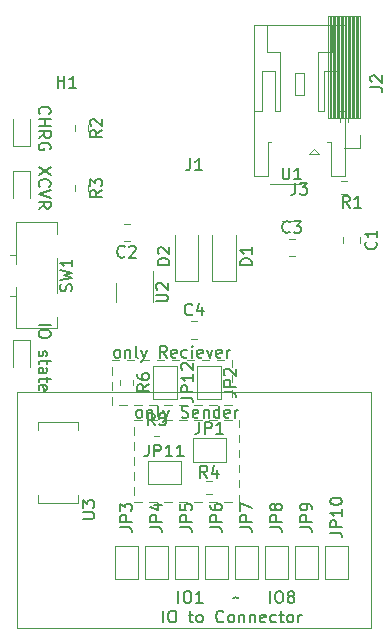
<source format=gbr>
G04 #@! TF.GenerationSoftware,KiCad,Pcbnew,(5.1.5)-3*
G04 #@! TF.CreationDate,2021-08-26T15:26:13+09:00*
G04 #@! TF.ProjectId,RemoteEmergencyKill,52656d6f-7465-4456-9d65-7267656e6379,rev?*
G04 #@! TF.SameCoordinates,Original*
G04 #@! TF.FileFunction,Legend,Top*
G04 #@! TF.FilePolarity,Positive*
%FSLAX46Y46*%
G04 Gerber Fmt 4.6, Leading zero omitted, Abs format (unit mm)*
G04 Created by KiCad (PCBNEW (5.1.5)-3) date 2021-08-26 15:26:13*
%MOMM*%
%LPD*%
G04 APERTURE LIST*
%ADD10C,0.120000*%
%ADD11C,0.150000*%
G04 APERTURE END LIST*
D10*
X133985000Y-102235000D02*
X133985000Y-102870000D01*
X125095000Y-106680000D02*
X125095000Y-107315000D01*
X125095000Y-107950000D02*
X125095000Y-108585000D01*
X125095000Y-102870000D02*
X125095000Y-103505000D01*
X125095000Y-105410000D02*
X125095000Y-106045000D01*
X125095000Y-104140000D02*
X125095000Y-104775000D01*
X133985000Y-107315000D02*
X133985000Y-107950000D01*
X133985000Y-108585000D02*
X133985000Y-109220000D01*
D11*
X117117857Y-76335714D02*
X117070238Y-76288095D01*
X117022619Y-76145238D01*
X117022619Y-76050000D01*
X117070238Y-75907142D01*
X117165476Y-75811904D01*
X117260714Y-75764285D01*
X117451190Y-75716666D01*
X117594047Y-75716666D01*
X117784523Y-75764285D01*
X117879761Y-75811904D01*
X117975000Y-75907142D01*
X118022619Y-76050000D01*
X118022619Y-76145238D01*
X117975000Y-76288095D01*
X117927380Y-76335714D01*
X117022619Y-76764285D02*
X118022619Y-76764285D01*
X117546428Y-76764285D02*
X117546428Y-77335714D01*
X117022619Y-77335714D02*
X118022619Y-77335714D01*
X117022619Y-78383333D02*
X117498809Y-78050000D01*
X117022619Y-77811904D02*
X118022619Y-77811904D01*
X118022619Y-78192857D01*
X117975000Y-78288095D01*
X117927380Y-78335714D01*
X117832142Y-78383333D01*
X117689285Y-78383333D01*
X117594047Y-78335714D01*
X117546428Y-78288095D01*
X117498809Y-78192857D01*
X117498809Y-77811904D01*
X117975000Y-79335714D02*
X118022619Y-79240476D01*
X118022619Y-79097619D01*
X117975000Y-78954761D01*
X117879761Y-78859523D01*
X117784523Y-78811904D01*
X117594047Y-78764285D01*
X117451190Y-78764285D01*
X117260714Y-78811904D01*
X117165476Y-78859523D01*
X117070238Y-78954761D01*
X117022619Y-79097619D01*
X117022619Y-79192857D01*
X117070238Y-79335714D01*
X117117857Y-79383333D01*
X117451190Y-79383333D01*
X117451190Y-79192857D01*
X118022619Y-80868095D02*
X117022619Y-81534761D01*
X118022619Y-81534761D02*
X117022619Y-80868095D01*
X117117857Y-82487142D02*
X117070238Y-82439523D01*
X117022619Y-82296666D01*
X117022619Y-82201428D01*
X117070238Y-82058571D01*
X117165476Y-81963333D01*
X117260714Y-81915714D01*
X117451190Y-81868095D01*
X117594047Y-81868095D01*
X117784523Y-81915714D01*
X117879761Y-81963333D01*
X117975000Y-82058571D01*
X118022619Y-82201428D01*
X118022619Y-82296666D01*
X117975000Y-82439523D01*
X117927380Y-82487142D01*
X118022619Y-82772857D02*
X117022619Y-83106190D01*
X118022619Y-83439523D01*
X117022619Y-84344285D02*
X117498809Y-84010952D01*
X117022619Y-83772857D02*
X118022619Y-83772857D01*
X118022619Y-84153809D01*
X117975000Y-84249047D01*
X117927380Y-84296666D01*
X117832142Y-84344285D01*
X117689285Y-84344285D01*
X117594047Y-84296666D01*
X117546428Y-84249047D01*
X117498809Y-84153809D01*
X117498809Y-83772857D01*
X117022619Y-94188095D02*
X118022619Y-94188095D01*
X118022619Y-94854761D02*
X118022619Y-95045238D01*
X117975000Y-95140476D01*
X117879761Y-95235714D01*
X117689285Y-95283333D01*
X117355952Y-95283333D01*
X117165476Y-95235714D01*
X117070238Y-95140476D01*
X117022619Y-95045238D01*
X117022619Y-94854761D01*
X117070238Y-94759523D01*
X117165476Y-94664285D01*
X117355952Y-94616666D01*
X117689285Y-94616666D01*
X117879761Y-94664285D01*
X117975000Y-94759523D01*
X118022619Y-94854761D01*
X117070238Y-96426190D02*
X117022619Y-96521428D01*
X117022619Y-96711904D01*
X117070238Y-96807142D01*
X117165476Y-96854761D01*
X117213095Y-96854761D01*
X117308333Y-96807142D01*
X117355952Y-96711904D01*
X117355952Y-96569047D01*
X117403571Y-96473809D01*
X117498809Y-96426190D01*
X117546428Y-96426190D01*
X117641666Y-96473809D01*
X117689285Y-96569047D01*
X117689285Y-96711904D01*
X117641666Y-96807142D01*
X117689285Y-97140476D02*
X117689285Y-97521428D01*
X118022619Y-97283333D02*
X117165476Y-97283333D01*
X117070238Y-97330952D01*
X117022619Y-97426190D01*
X117022619Y-97521428D01*
X117022619Y-98283333D02*
X117546428Y-98283333D01*
X117641666Y-98235714D01*
X117689285Y-98140476D01*
X117689285Y-97950000D01*
X117641666Y-97854761D01*
X117070238Y-98283333D02*
X117022619Y-98188095D01*
X117022619Y-97950000D01*
X117070238Y-97854761D01*
X117165476Y-97807142D01*
X117260714Y-97807142D01*
X117355952Y-97854761D01*
X117403571Y-97950000D01*
X117403571Y-98188095D01*
X117451190Y-98283333D01*
X117689285Y-98616666D02*
X117689285Y-98997619D01*
X118022619Y-98759523D02*
X117165476Y-98759523D01*
X117070238Y-98807142D01*
X117022619Y-98902380D01*
X117022619Y-98997619D01*
X117070238Y-99711904D02*
X117022619Y-99616666D01*
X117022619Y-99426190D01*
X117070238Y-99330952D01*
X117165476Y-99283333D01*
X117546428Y-99283333D01*
X117641666Y-99330952D01*
X117689285Y-99426190D01*
X117689285Y-99616666D01*
X117641666Y-99711904D01*
X117546428Y-99759523D01*
X117451190Y-99759523D01*
X117355952Y-99283333D01*
X128850000Y-117737380D02*
X128850000Y-116737380D01*
X129516666Y-116737380D02*
X129707142Y-116737380D01*
X129802380Y-116785000D01*
X129897619Y-116880238D01*
X129945238Y-117070714D01*
X129945238Y-117404047D01*
X129897619Y-117594523D01*
X129802380Y-117689761D01*
X129707142Y-117737380D01*
X129516666Y-117737380D01*
X129421428Y-117689761D01*
X129326190Y-117594523D01*
X129278571Y-117404047D01*
X129278571Y-117070714D01*
X129326190Y-116880238D01*
X129421428Y-116785000D01*
X129516666Y-116737380D01*
X130897619Y-117737380D02*
X130326190Y-117737380D01*
X130611904Y-117737380D02*
X130611904Y-116737380D01*
X130516666Y-116880238D01*
X130421428Y-116975476D01*
X130326190Y-117023095D01*
X133469047Y-117356428D02*
X133516666Y-117308809D01*
X133611904Y-117261190D01*
X133802380Y-117356428D01*
X133897619Y-117308809D01*
X133945238Y-117261190D01*
X136611904Y-117737380D02*
X136611904Y-116737380D01*
X137278571Y-116737380D02*
X137469047Y-116737380D01*
X137564285Y-116785000D01*
X137659523Y-116880238D01*
X137707142Y-117070714D01*
X137707142Y-117404047D01*
X137659523Y-117594523D01*
X137564285Y-117689761D01*
X137469047Y-117737380D01*
X137278571Y-117737380D01*
X137183333Y-117689761D01*
X137088095Y-117594523D01*
X137040476Y-117404047D01*
X137040476Y-117070714D01*
X137088095Y-116880238D01*
X137183333Y-116785000D01*
X137278571Y-116737380D01*
X138278571Y-117165952D02*
X138183333Y-117118333D01*
X138135714Y-117070714D01*
X138088095Y-116975476D01*
X138088095Y-116927857D01*
X138135714Y-116832619D01*
X138183333Y-116785000D01*
X138278571Y-116737380D01*
X138469047Y-116737380D01*
X138564285Y-116785000D01*
X138611904Y-116832619D01*
X138659523Y-116927857D01*
X138659523Y-116975476D01*
X138611904Y-117070714D01*
X138564285Y-117118333D01*
X138469047Y-117165952D01*
X138278571Y-117165952D01*
X138183333Y-117213571D01*
X138135714Y-117261190D01*
X138088095Y-117356428D01*
X138088095Y-117546904D01*
X138135714Y-117642142D01*
X138183333Y-117689761D01*
X138278571Y-117737380D01*
X138469047Y-117737380D01*
X138564285Y-117689761D01*
X138611904Y-117642142D01*
X138659523Y-117546904D01*
X138659523Y-117356428D01*
X138611904Y-117261190D01*
X138564285Y-117213571D01*
X138469047Y-117165952D01*
X127564285Y-119387380D02*
X127564285Y-118387380D01*
X128230952Y-118387380D02*
X128421428Y-118387380D01*
X128516666Y-118435000D01*
X128611904Y-118530238D01*
X128659523Y-118720714D01*
X128659523Y-119054047D01*
X128611904Y-119244523D01*
X128516666Y-119339761D01*
X128421428Y-119387380D01*
X128230952Y-119387380D01*
X128135714Y-119339761D01*
X128040476Y-119244523D01*
X127992857Y-119054047D01*
X127992857Y-118720714D01*
X128040476Y-118530238D01*
X128135714Y-118435000D01*
X128230952Y-118387380D01*
X129707142Y-118720714D02*
X130088095Y-118720714D01*
X129850000Y-118387380D02*
X129850000Y-119244523D01*
X129897619Y-119339761D01*
X129992857Y-119387380D01*
X130088095Y-119387380D01*
X130564285Y-119387380D02*
X130469047Y-119339761D01*
X130421428Y-119292142D01*
X130373809Y-119196904D01*
X130373809Y-118911190D01*
X130421428Y-118815952D01*
X130469047Y-118768333D01*
X130564285Y-118720714D01*
X130707142Y-118720714D01*
X130802380Y-118768333D01*
X130850000Y-118815952D01*
X130897619Y-118911190D01*
X130897619Y-119196904D01*
X130850000Y-119292142D01*
X130802380Y-119339761D01*
X130707142Y-119387380D01*
X130564285Y-119387380D01*
X132659523Y-119292142D02*
X132611904Y-119339761D01*
X132469047Y-119387380D01*
X132373809Y-119387380D01*
X132230952Y-119339761D01*
X132135714Y-119244523D01*
X132088095Y-119149285D01*
X132040476Y-118958809D01*
X132040476Y-118815952D01*
X132088095Y-118625476D01*
X132135714Y-118530238D01*
X132230952Y-118435000D01*
X132373809Y-118387380D01*
X132469047Y-118387380D01*
X132611904Y-118435000D01*
X132659523Y-118482619D01*
X133230952Y-119387380D02*
X133135714Y-119339761D01*
X133088095Y-119292142D01*
X133040476Y-119196904D01*
X133040476Y-118911190D01*
X133088095Y-118815952D01*
X133135714Y-118768333D01*
X133230952Y-118720714D01*
X133373809Y-118720714D01*
X133469047Y-118768333D01*
X133516666Y-118815952D01*
X133564285Y-118911190D01*
X133564285Y-119196904D01*
X133516666Y-119292142D01*
X133469047Y-119339761D01*
X133373809Y-119387380D01*
X133230952Y-119387380D01*
X133992857Y-118720714D02*
X133992857Y-119387380D01*
X133992857Y-118815952D02*
X134040476Y-118768333D01*
X134135714Y-118720714D01*
X134278571Y-118720714D01*
X134373809Y-118768333D01*
X134421428Y-118863571D01*
X134421428Y-119387380D01*
X134897619Y-118720714D02*
X134897619Y-119387380D01*
X134897619Y-118815952D02*
X134945238Y-118768333D01*
X135040476Y-118720714D01*
X135183333Y-118720714D01*
X135278571Y-118768333D01*
X135326190Y-118863571D01*
X135326190Y-119387380D01*
X136183333Y-119339761D02*
X136088095Y-119387380D01*
X135897619Y-119387380D01*
X135802380Y-119339761D01*
X135754761Y-119244523D01*
X135754761Y-118863571D01*
X135802380Y-118768333D01*
X135897619Y-118720714D01*
X136088095Y-118720714D01*
X136183333Y-118768333D01*
X136230952Y-118863571D01*
X136230952Y-118958809D01*
X135754761Y-119054047D01*
X137088095Y-119339761D02*
X136992857Y-119387380D01*
X136802380Y-119387380D01*
X136707142Y-119339761D01*
X136659523Y-119292142D01*
X136611904Y-119196904D01*
X136611904Y-118911190D01*
X136659523Y-118815952D01*
X136707142Y-118768333D01*
X136802380Y-118720714D01*
X136992857Y-118720714D01*
X137088095Y-118768333D01*
X137373809Y-118720714D02*
X137754761Y-118720714D01*
X137516666Y-118387380D02*
X137516666Y-119244523D01*
X137564285Y-119339761D01*
X137659523Y-119387380D01*
X137754761Y-119387380D01*
X138230952Y-119387380D02*
X138135714Y-119339761D01*
X138088095Y-119292142D01*
X138040476Y-119196904D01*
X138040476Y-118911190D01*
X138088095Y-118815952D01*
X138135714Y-118768333D01*
X138230952Y-118720714D01*
X138373809Y-118720714D01*
X138469047Y-118768333D01*
X138516666Y-118815952D01*
X138564285Y-118911190D01*
X138564285Y-119196904D01*
X138516666Y-119292142D01*
X138469047Y-119339761D01*
X138373809Y-119387380D01*
X138230952Y-119387380D01*
X138992857Y-119387380D02*
X138992857Y-118720714D01*
X138992857Y-118911190D02*
X139040476Y-118815952D01*
X139088095Y-118768333D01*
X139183333Y-118720714D01*
X139278571Y-118720714D01*
X125444761Y-102052380D02*
X125349523Y-102004761D01*
X125301904Y-101957142D01*
X125254285Y-101861904D01*
X125254285Y-101576190D01*
X125301904Y-101480952D01*
X125349523Y-101433333D01*
X125444761Y-101385714D01*
X125587619Y-101385714D01*
X125682857Y-101433333D01*
X125730476Y-101480952D01*
X125778095Y-101576190D01*
X125778095Y-101861904D01*
X125730476Y-101957142D01*
X125682857Y-102004761D01*
X125587619Y-102052380D01*
X125444761Y-102052380D01*
X126206666Y-101385714D02*
X126206666Y-102052380D01*
X126206666Y-101480952D02*
X126254285Y-101433333D01*
X126349523Y-101385714D01*
X126492380Y-101385714D01*
X126587619Y-101433333D01*
X126635238Y-101528571D01*
X126635238Y-102052380D01*
X127254285Y-102052380D02*
X127159047Y-102004761D01*
X127111428Y-101909523D01*
X127111428Y-101052380D01*
X127540000Y-101385714D02*
X127778095Y-102052380D01*
X128016190Y-101385714D02*
X127778095Y-102052380D01*
X127682857Y-102290476D01*
X127635238Y-102338095D01*
X127540000Y-102385714D01*
X129111428Y-102004761D02*
X129254285Y-102052380D01*
X129492380Y-102052380D01*
X129587619Y-102004761D01*
X129635238Y-101957142D01*
X129682857Y-101861904D01*
X129682857Y-101766666D01*
X129635238Y-101671428D01*
X129587619Y-101623809D01*
X129492380Y-101576190D01*
X129301904Y-101528571D01*
X129206666Y-101480952D01*
X129159047Y-101433333D01*
X129111428Y-101338095D01*
X129111428Y-101242857D01*
X129159047Y-101147619D01*
X129206666Y-101100000D01*
X129301904Y-101052380D01*
X129540000Y-101052380D01*
X129682857Y-101100000D01*
X130492380Y-102004761D02*
X130397142Y-102052380D01*
X130206666Y-102052380D01*
X130111428Y-102004761D01*
X130063809Y-101909523D01*
X130063809Y-101528571D01*
X130111428Y-101433333D01*
X130206666Y-101385714D01*
X130397142Y-101385714D01*
X130492380Y-101433333D01*
X130540000Y-101528571D01*
X130540000Y-101623809D01*
X130063809Y-101719047D01*
X130968571Y-101385714D02*
X130968571Y-102052380D01*
X130968571Y-101480952D02*
X131016190Y-101433333D01*
X131111428Y-101385714D01*
X131254285Y-101385714D01*
X131349523Y-101433333D01*
X131397142Y-101528571D01*
X131397142Y-102052380D01*
X132301904Y-102052380D02*
X132301904Y-101052380D01*
X132301904Y-102004761D02*
X132206666Y-102052380D01*
X132016190Y-102052380D01*
X131920952Y-102004761D01*
X131873333Y-101957142D01*
X131825714Y-101861904D01*
X131825714Y-101576190D01*
X131873333Y-101480952D01*
X131920952Y-101433333D01*
X132016190Y-101385714D01*
X132206666Y-101385714D01*
X132301904Y-101433333D01*
X133159047Y-102004761D02*
X133063809Y-102052380D01*
X132873333Y-102052380D01*
X132778095Y-102004761D01*
X132730476Y-101909523D01*
X132730476Y-101528571D01*
X132778095Y-101433333D01*
X132873333Y-101385714D01*
X133063809Y-101385714D01*
X133159047Y-101433333D01*
X133206666Y-101528571D01*
X133206666Y-101623809D01*
X132730476Y-101719047D01*
X133635238Y-102052380D02*
X133635238Y-101385714D01*
X133635238Y-101576190D02*
X133682857Y-101480952D01*
X133730476Y-101433333D01*
X133825714Y-101385714D01*
X133920952Y-101385714D01*
D10*
X133985000Y-106045000D02*
X133985000Y-106680000D01*
X133985000Y-104775000D02*
X133985000Y-105410000D01*
X133985000Y-103505000D02*
X133985000Y-104140000D01*
X132715000Y-102235000D02*
X133350000Y-102235000D01*
X132715000Y-109220000D02*
X133350000Y-109220000D01*
X130175000Y-109220000D02*
X130810000Y-109220000D01*
X125095000Y-109220000D02*
X125730000Y-109220000D01*
X128905000Y-109220000D02*
X129540000Y-109220000D01*
X127635000Y-109220000D02*
X128270000Y-109220000D01*
X126365000Y-109220000D02*
X127000000Y-109220000D01*
X131445000Y-109220000D02*
X132080000Y-109220000D01*
X130810000Y-102235000D02*
X130175000Y-102235000D01*
X129540000Y-102235000D02*
X128905000Y-102235000D01*
X125730000Y-102235000D02*
X125095000Y-102235000D01*
X127000000Y-102235000D02*
X126365000Y-102235000D01*
X128270000Y-102235000D02*
X127635000Y-102235000D01*
X132080000Y-102235000D02*
X131445000Y-102235000D01*
D11*
X123579523Y-96972380D02*
X123484285Y-96924761D01*
X123436666Y-96877142D01*
X123389047Y-96781904D01*
X123389047Y-96496190D01*
X123436666Y-96400952D01*
X123484285Y-96353333D01*
X123579523Y-96305714D01*
X123722380Y-96305714D01*
X123817619Y-96353333D01*
X123865238Y-96400952D01*
X123912857Y-96496190D01*
X123912857Y-96781904D01*
X123865238Y-96877142D01*
X123817619Y-96924761D01*
X123722380Y-96972380D01*
X123579523Y-96972380D01*
X124341428Y-96305714D02*
X124341428Y-96972380D01*
X124341428Y-96400952D02*
X124389047Y-96353333D01*
X124484285Y-96305714D01*
X124627142Y-96305714D01*
X124722380Y-96353333D01*
X124770000Y-96448571D01*
X124770000Y-96972380D01*
X125389047Y-96972380D02*
X125293809Y-96924761D01*
X125246190Y-96829523D01*
X125246190Y-95972380D01*
X125674761Y-96305714D02*
X125912857Y-96972380D01*
X126150952Y-96305714D02*
X125912857Y-96972380D01*
X125817619Y-97210476D01*
X125770000Y-97258095D01*
X125674761Y-97305714D01*
X127865238Y-96972380D02*
X127531904Y-96496190D01*
X127293809Y-96972380D02*
X127293809Y-95972380D01*
X127674761Y-95972380D01*
X127770000Y-96020000D01*
X127817619Y-96067619D01*
X127865238Y-96162857D01*
X127865238Y-96305714D01*
X127817619Y-96400952D01*
X127770000Y-96448571D01*
X127674761Y-96496190D01*
X127293809Y-96496190D01*
X128674761Y-96924761D02*
X128579523Y-96972380D01*
X128389047Y-96972380D01*
X128293809Y-96924761D01*
X128246190Y-96829523D01*
X128246190Y-96448571D01*
X128293809Y-96353333D01*
X128389047Y-96305714D01*
X128579523Y-96305714D01*
X128674761Y-96353333D01*
X128722380Y-96448571D01*
X128722380Y-96543809D01*
X128246190Y-96639047D01*
X129579523Y-96924761D02*
X129484285Y-96972380D01*
X129293809Y-96972380D01*
X129198571Y-96924761D01*
X129150952Y-96877142D01*
X129103333Y-96781904D01*
X129103333Y-96496190D01*
X129150952Y-96400952D01*
X129198571Y-96353333D01*
X129293809Y-96305714D01*
X129484285Y-96305714D01*
X129579523Y-96353333D01*
X130008095Y-96972380D02*
X130008095Y-96305714D01*
X130008095Y-95972380D02*
X129960476Y-96020000D01*
X130008095Y-96067619D01*
X130055714Y-96020000D01*
X130008095Y-95972380D01*
X130008095Y-96067619D01*
X130865238Y-96924761D02*
X130770000Y-96972380D01*
X130579523Y-96972380D01*
X130484285Y-96924761D01*
X130436666Y-96829523D01*
X130436666Y-96448571D01*
X130484285Y-96353333D01*
X130579523Y-96305714D01*
X130770000Y-96305714D01*
X130865238Y-96353333D01*
X130912857Y-96448571D01*
X130912857Y-96543809D01*
X130436666Y-96639047D01*
X131246190Y-96305714D02*
X131484285Y-96972380D01*
X131722380Y-96305714D01*
X132484285Y-96924761D02*
X132389047Y-96972380D01*
X132198571Y-96972380D01*
X132103333Y-96924761D01*
X132055714Y-96829523D01*
X132055714Y-96448571D01*
X132103333Y-96353333D01*
X132198571Y-96305714D01*
X132389047Y-96305714D01*
X132484285Y-96353333D01*
X132531904Y-96448571D01*
X132531904Y-96543809D01*
X132055714Y-96639047D01*
X132960476Y-96972380D02*
X132960476Y-96305714D01*
X132960476Y-96496190D02*
X133008095Y-96400952D01*
X133055714Y-96353333D01*
X133150952Y-96305714D01*
X133246190Y-96305714D01*
D10*
X123190000Y-97155000D02*
X123825000Y-97155000D01*
X126365000Y-100965000D02*
X127000000Y-100965000D01*
X125095000Y-100965000D02*
X125730000Y-100965000D01*
X123825000Y-100965000D02*
X124460000Y-100965000D01*
X128905000Y-100965000D02*
X129540000Y-100965000D01*
X127635000Y-100965000D02*
X128270000Y-100965000D01*
X130175000Y-100965000D02*
X130810000Y-100965000D01*
X131445000Y-100965000D02*
X132080000Y-100965000D01*
X132715000Y-100965000D02*
X133350000Y-100965000D01*
X133350000Y-97790000D02*
X133350000Y-97155000D01*
X133350000Y-100330000D02*
X133350000Y-99695000D01*
X133350000Y-99060000D02*
X133350000Y-98425000D01*
X132715000Y-97155000D02*
X132080000Y-97155000D01*
X131445000Y-97155000D02*
X130810000Y-97155000D01*
X130175000Y-97155000D02*
X129540000Y-97155000D01*
X128905000Y-97155000D02*
X128270000Y-97155000D01*
X127635000Y-97155000D02*
X127000000Y-97155000D01*
X126365000Y-97155000D02*
X125730000Y-97155000D01*
X125095000Y-97155000D02*
X124460000Y-97155000D01*
X123190000Y-97790000D02*
X123190000Y-98425000D01*
X123190000Y-99060000D02*
X123190000Y-99695000D01*
X123190000Y-100330000D02*
X123190000Y-100965000D01*
X139935000Y-79705000D02*
X140335000Y-79305000D01*
X140735000Y-79705000D02*
X139935000Y-79705000D01*
X140335000Y-79305000D02*
X140735000Y-79705000D01*
X142285000Y-76105000D02*
X142945000Y-76105000D01*
X142285000Y-72695000D02*
X142285000Y-76105000D01*
X141185000Y-72695000D02*
X142285000Y-72695000D01*
X141185000Y-76105000D02*
X141185000Y-72695000D01*
X140685000Y-76105000D02*
X141185000Y-76105000D01*
X140685000Y-71095000D02*
X140685000Y-76105000D01*
X135885000Y-76105000D02*
X135225000Y-76105000D01*
X135885000Y-72695000D02*
X135885000Y-76105000D01*
X136985000Y-72695000D02*
X135885000Y-72695000D01*
X136985000Y-76105000D02*
X136985000Y-72695000D01*
X137485000Y-76105000D02*
X136985000Y-76105000D01*
X137485000Y-71095000D02*
X137485000Y-76105000D01*
X138685000Y-72905000D02*
X139485000Y-72905000D01*
X138685000Y-74705000D02*
X138685000Y-72905000D01*
X139485000Y-74705000D02*
X138685000Y-74705000D01*
X139485000Y-72905000D02*
X139485000Y-74705000D01*
X136335000Y-71095000D02*
X136335000Y-68795000D01*
X137485000Y-71095000D02*
X136335000Y-71095000D01*
X141835000Y-71095000D02*
X140685000Y-71095000D01*
X141835000Y-68795000D02*
X141835000Y-71095000D01*
X136445000Y-78715000D02*
X136725000Y-78715000D01*
X136445000Y-81615000D02*
X136445000Y-78715000D01*
X135225000Y-81615000D02*
X136445000Y-81615000D01*
X135225000Y-68795000D02*
X135225000Y-81615000D01*
X142945000Y-68795000D02*
X135225000Y-68795000D01*
X142945000Y-81615000D02*
X142945000Y-68795000D01*
X141725000Y-81615000D02*
X142945000Y-81615000D01*
X141725000Y-78715000D02*
X141725000Y-81615000D01*
X141445000Y-78715000D02*
X141725000Y-78715000D01*
X144205000Y-78105000D02*
X144205000Y-79215000D01*
X144205000Y-79215000D02*
X142875000Y-79215000D01*
X144205000Y-68015000D02*
X141545000Y-68015000D01*
X141545000Y-68015000D02*
X141545000Y-76645000D01*
X144205000Y-76645000D02*
X141545000Y-76645000D01*
X144205000Y-68015000D02*
X144205000Y-76645000D01*
X142515000Y-76645000D02*
X142515000Y-76995000D01*
X143235000Y-76645000D02*
X143235000Y-76995000D01*
X141660445Y-68015000D02*
X141660445Y-76645000D01*
X141775900Y-68015000D02*
X141775900Y-76645000D01*
X141891355Y-68015000D02*
X141891355Y-76645000D01*
X142006810Y-68015000D02*
X142006810Y-76645000D01*
X142122265Y-68015000D02*
X142122265Y-76645000D01*
X142237720Y-68015000D02*
X142237720Y-76645000D01*
X142353175Y-68015000D02*
X142353175Y-76645000D01*
X142468630Y-68015000D02*
X142468630Y-76645000D01*
X142584085Y-68015000D02*
X142584085Y-76645000D01*
X142699540Y-68015000D02*
X142699540Y-76645000D01*
X142814995Y-68015000D02*
X142814995Y-76645000D01*
X142930450Y-68015000D02*
X142930450Y-76645000D01*
X143045905Y-68015000D02*
X143045905Y-76645000D01*
X143161360Y-68015000D02*
X143161360Y-76645000D01*
X143276815Y-68015000D02*
X143276815Y-76645000D01*
X143392270Y-68015000D02*
X143392270Y-76645000D01*
X143507725Y-68015000D02*
X143507725Y-76645000D01*
X143623180Y-68015000D02*
X143623180Y-76645000D01*
X143738635Y-68015000D02*
X143738635Y-76645000D01*
X143854090Y-68015000D02*
X143854090Y-76645000D01*
X143969545Y-68015000D02*
X143969545Y-76645000D01*
X144085000Y-68015000D02*
X144085000Y-76645000D01*
X120375000Y-102405000D02*
X116975000Y-102405000D01*
X116975000Y-108605000D02*
X116975000Y-109305000D01*
X116975000Y-102405000D02*
X116975000Y-103105000D01*
X120375000Y-109305000D02*
X120375000Y-108605000D01*
X120375000Y-103105000D02*
X120375000Y-102405000D01*
X116975000Y-109305000D02*
X120375000Y-109305000D01*
X115175000Y-119855000D02*
X115175000Y-99855000D01*
X145175000Y-119855000D02*
X115175000Y-119855000D01*
X145175000Y-99855000D02*
X145175000Y-119855000D01*
X115175000Y-99855000D02*
X145175000Y-99855000D01*
X126655000Y-91440000D02*
X126655000Y-89640000D01*
X126655000Y-91440000D02*
X126655000Y-92240000D01*
X123535000Y-91440000D02*
X123535000Y-90640000D01*
X123535000Y-91440000D02*
X123535000Y-92240000D01*
X138430000Y-82260000D02*
X136630000Y-82260000D01*
X138430000Y-82260000D02*
X139230000Y-82260000D01*
X138430000Y-85380000D02*
X137630000Y-85380000D01*
X138430000Y-85380000D02*
X139230000Y-85380000D01*
X118590000Y-88500000D02*
X118590000Y-91500000D01*
X114590000Y-88250000D02*
X115090000Y-88250000D01*
X114590000Y-91750000D02*
X115090000Y-91750000D01*
X118590000Y-93500000D02*
X118590000Y-94500000D01*
X115090000Y-94500000D02*
X115090000Y-91000000D01*
X118590000Y-94500000D02*
X115090000Y-94500000D01*
X115090000Y-85500000D02*
X115090000Y-89000000D01*
X118590000Y-85500000D02*
X115090000Y-85500000D01*
X118590000Y-86500000D02*
X118590000Y-85500000D01*
X123937500Y-98822742D02*
X123937500Y-99297258D01*
X124982500Y-98822742D02*
X124982500Y-99297258D01*
X126762742Y-104662500D02*
X127237258Y-104662500D01*
X126762742Y-103617500D02*
X127237258Y-103617500D01*
X131682258Y-107427500D02*
X131207742Y-107427500D01*
X131682258Y-108472500D02*
X131207742Y-108472500D01*
X120127500Y-82392742D02*
X120127500Y-82867258D01*
X121172500Y-82392742D02*
X121172500Y-82867258D01*
X121172500Y-77787258D02*
X121172500Y-77312742D01*
X120127500Y-77787258D02*
X120127500Y-77312742D01*
X142637742Y-83072500D02*
X143112258Y-83072500D01*
X142637742Y-82027500D02*
X143112258Y-82027500D01*
X126725000Y-100460000D02*
X126725000Y-97660000D01*
X126725000Y-97660000D02*
X128725000Y-97660000D01*
X128725000Y-97660000D02*
X128725000Y-100460000D01*
X128725000Y-100460000D02*
X126725000Y-100460000D01*
X126235000Y-105680000D02*
X129035000Y-105680000D01*
X129035000Y-105680000D02*
X129035000Y-107680000D01*
X129035000Y-107680000D02*
X126235000Y-107680000D01*
X126235000Y-107680000D02*
X126235000Y-105680000D01*
X143240000Y-112900000D02*
X143240000Y-115700000D01*
X143240000Y-115700000D02*
X141240000Y-115700000D01*
X141240000Y-115700000D02*
X141240000Y-112900000D01*
X141240000Y-112900000D02*
X143240000Y-112900000D01*
X140700000Y-112900000D02*
X140700000Y-115700000D01*
X140700000Y-115700000D02*
X138700000Y-115700000D01*
X138700000Y-115700000D02*
X138700000Y-112900000D01*
X138700000Y-112900000D02*
X140700000Y-112900000D01*
X138160000Y-112900000D02*
X138160000Y-115700000D01*
X138160000Y-115700000D02*
X136160000Y-115700000D01*
X136160000Y-115700000D02*
X136160000Y-112900000D01*
X136160000Y-112900000D02*
X138160000Y-112900000D01*
X135620000Y-112900000D02*
X135620000Y-115700000D01*
X135620000Y-115700000D02*
X133620000Y-115700000D01*
X133620000Y-115700000D02*
X133620000Y-112900000D01*
X133620000Y-112900000D02*
X135620000Y-112900000D01*
X133080000Y-112900000D02*
X133080000Y-115700000D01*
X133080000Y-115700000D02*
X131080000Y-115700000D01*
X131080000Y-115700000D02*
X131080000Y-112900000D01*
X131080000Y-112900000D02*
X133080000Y-112900000D01*
X130540000Y-112900000D02*
X130540000Y-115700000D01*
X130540000Y-115700000D02*
X128540000Y-115700000D01*
X128540000Y-115700000D02*
X128540000Y-112900000D01*
X128540000Y-112900000D02*
X130540000Y-112900000D01*
X128000000Y-112900000D02*
X128000000Y-115700000D01*
X128000000Y-115700000D02*
X126000000Y-115700000D01*
X126000000Y-115700000D02*
X126000000Y-112900000D01*
X126000000Y-112900000D02*
X128000000Y-112900000D01*
X125460000Y-112900000D02*
X125460000Y-115700000D01*
X125460000Y-115700000D02*
X123460000Y-115700000D01*
X123460000Y-115700000D02*
X123460000Y-112900000D01*
X123460000Y-112900000D02*
X125460000Y-112900000D01*
X132445000Y-97660000D02*
X132445000Y-100460000D01*
X132445000Y-100460000D02*
X130445000Y-100460000D01*
X130445000Y-100460000D02*
X130445000Y-97660000D01*
X130445000Y-97660000D02*
X132445000Y-97660000D01*
X130045000Y-103775000D02*
X132845000Y-103775000D01*
X132845000Y-103775000D02*
X132845000Y-105775000D01*
X132845000Y-105775000D02*
X130045000Y-105775000D01*
X130045000Y-105775000D02*
X130045000Y-103775000D01*
X114835000Y-95465000D02*
X114835000Y-97750000D01*
X116305000Y-95465000D02*
X114835000Y-95465000D01*
X116305000Y-97750000D02*
X116305000Y-95465000D01*
X114835000Y-81145000D02*
X114835000Y-83430000D01*
X116305000Y-81145000D02*
X114835000Y-81145000D01*
X116305000Y-83430000D02*
X116305000Y-81145000D01*
X116305000Y-79035000D02*
X116305000Y-76750000D01*
X114835000Y-79035000D02*
X116305000Y-79035000D01*
X114835000Y-76750000D02*
X114835000Y-79035000D01*
X128540000Y-90465000D02*
X128540000Y-86615000D01*
X130540000Y-90465000D02*
X130540000Y-86615000D01*
X128540000Y-90465000D02*
X130540000Y-90465000D01*
X131715000Y-90465000D02*
X131715000Y-86615000D01*
X133715000Y-90465000D02*
X133715000Y-86615000D01*
X131715000Y-90465000D02*
X133715000Y-90465000D01*
X129913748Y-95350000D02*
X130436252Y-95350000D01*
X129913748Y-93880000D02*
X130436252Y-93880000D01*
X138168748Y-88365000D02*
X138691252Y-88365000D01*
X138168748Y-86895000D02*
X138691252Y-86895000D01*
X124721252Y-85625000D02*
X124198748Y-85625000D01*
X124721252Y-87095000D02*
X124198748Y-87095000D01*
X142775000Y-86733748D02*
X142775000Y-87256252D01*
X144245000Y-86733748D02*
X144245000Y-87256252D01*
D11*
X138751666Y-82157380D02*
X138751666Y-82871666D01*
X138704047Y-83014523D01*
X138608809Y-83109761D01*
X138465952Y-83157380D01*
X138370714Y-83157380D01*
X139132619Y-82157380D02*
X139751666Y-82157380D01*
X139418333Y-82538333D01*
X139561190Y-82538333D01*
X139656428Y-82585952D01*
X139704047Y-82633571D01*
X139751666Y-82728809D01*
X139751666Y-82966904D01*
X139704047Y-83062142D01*
X139656428Y-83109761D01*
X139561190Y-83157380D01*
X139275476Y-83157380D01*
X139180238Y-83109761D01*
X139132619Y-83062142D01*
X145097380Y-74058333D02*
X145811666Y-74058333D01*
X145954523Y-74105952D01*
X146049761Y-74201190D01*
X146097380Y-74344047D01*
X146097380Y-74439285D01*
X145192619Y-73629761D02*
X145145000Y-73582142D01*
X145097380Y-73486904D01*
X145097380Y-73248809D01*
X145145000Y-73153571D01*
X145192619Y-73105952D01*
X145287857Y-73058333D01*
X145383095Y-73058333D01*
X145525952Y-73105952D01*
X146097380Y-73677380D01*
X146097380Y-73058333D01*
X120737380Y-110616904D02*
X121546904Y-110616904D01*
X121642142Y-110569285D01*
X121689761Y-110521666D01*
X121737380Y-110426428D01*
X121737380Y-110235952D01*
X121689761Y-110140714D01*
X121642142Y-110093095D01*
X121546904Y-110045476D01*
X120737380Y-110045476D01*
X120737380Y-109664523D02*
X120737380Y-109045476D01*
X121118333Y-109378809D01*
X121118333Y-109235952D01*
X121165952Y-109140714D01*
X121213571Y-109093095D01*
X121308809Y-109045476D01*
X121546904Y-109045476D01*
X121642142Y-109093095D01*
X121689761Y-109140714D01*
X121737380Y-109235952D01*
X121737380Y-109521666D01*
X121689761Y-109616904D01*
X121642142Y-109664523D01*
X118618095Y-74112380D02*
X118618095Y-73112380D01*
X118618095Y-73588571D02*
X119189523Y-73588571D01*
X119189523Y-74112380D02*
X119189523Y-73112380D01*
X120189523Y-74112380D02*
X119618095Y-74112380D01*
X119903809Y-74112380D02*
X119903809Y-73112380D01*
X119808571Y-73255238D01*
X119713333Y-73350476D01*
X119618095Y-73398095D01*
X126947380Y-92201904D02*
X127756904Y-92201904D01*
X127852142Y-92154285D01*
X127899761Y-92106666D01*
X127947380Y-92011428D01*
X127947380Y-91820952D01*
X127899761Y-91725714D01*
X127852142Y-91678095D01*
X127756904Y-91630476D01*
X126947380Y-91630476D01*
X127042619Y-91201904D02*
X126995000Y-91154285D01*
X126947380Y-91059047D01*
X126947380Y-90820952D01*
X126995000Y-90725714D01*
X127042619Y-90678095D01*
X127137857Y-90630476D01*
X127233095Y-90630476D01*
X127375952Y-90678095D01*
X127947380Y-91249523D01*
X127947380Y-90630476D01*
X137668095Y-80872380D02*
X137668095Y-81681904D01*
X137715714Y-81777142D01*
X137763333Y-81824761D01*
X137858571Y-81872380D01*
X138049047Y-81872380D01*
X138144285Y-81824761D01*
X138191904Y-81777142D01*
X138239523Y-81681904D01*
X138239523Y-80872380D01*
X139239523Y-81872380D02*
X138668095Y-81872380D01*
X138953809Y-81872380D02*
X138953809Y-80872380D01*
X138858571Y-81015238D01*
X138763333Y-81110476D01*
X138668095Y-81158095D01*
X119784761Y-91333333D02*
X119832380Y-91190476D01*
X119832380Y-90952380D01*
X119784761Y-90857142D01*
X119737142Y-90809523D01*
X119641904Y-90761904D01*
X119546666Y-90761904D01*
X119451428Y-90809523D01*
X119403809Y-90857142D01*
X119356190Y-90952380D01*
X119308571Y-91142857D01*
X119260952Y-91238095D01*
X119213333Y-91285714D01*
X119118095Y-91333333D01*
X119022857Y-91333333D01*
X118927619Y-91285714D01*
X118880000Y-91238095D01*
X118832380Y-91142857D01*
X118832380Y-90904761D01*
X118880000Y-90761904D01*
X118832380Y-90428571D02*
X119832380Y-90190476D01*
X119118095Y-90000000D01*
X119832380Y-89809523D01*
X118832380Y-89571428D01*
X119832380Y-88666666D02*
X119832380Y-89238095D01*
X119832380Y-88952380D02*
X118832380Y-88952380D01*
X118975238Y-89047619D01*
X119070476Y-89142857D01*
X119118095Y-89238095D01*
X126342380Y-99226666D02*
X125866190Y-99560000D01*
X126342380Y-99798095D02*
X125342380Y-99798095D01*
X125342380Y-99417142D01*
X125390000Y-99321904D01*
X125437619Y-99274285D01*
X125532857Y-99226666D01*
X125675714Y-99226666D01*
X125770952Y-99274285D01*
X125818571Y-99321904D01*
X125866190Y-99417142D01*
X125866190Y-99798095D01*
X125342380Y-98369523D02*
X125342380Y-98560000D01*
X125390000Y-98655238D01*
X125437619Y-98702857D01*
X125580476Y-98798095D01*
X125770952Y-98845714D01*
X126151904Y-98845714D01*
X126247142Y-98798095D01*
X126294761Y-98750476D01*
X126342380Y-98655238D01*
X126342380Y-98464761D01*
X126294761Y-98369523D01*
X126247142Y-98321904D01*
X126151904Y-98274285D01*
X125913809Y-98274285D01*
X125818571Y-98321904D01*
X125770952Y-98369523D01*
X125723333Y-98464761D01*
X125723333Y-98655238D01*
X125770952Y-98750476D01*
X125818571Y-98798095D01*
X125913809Y-98845714D01*
X126833333Y-102687380D02*
X126500000Y-102211190D01*
X126261904Y-102687380D02*
X126261904Y-101687380D01*
X126642857Y-101687380D01*
X126738095Y-101735000D01*
X126785714Y-101782619D01*
X126833333Y-101877857D01*
X126833333Y-102020714D01*
X126785714Y-102115952D01*
X126738095Y-102163571D01*
X126642857Y-102211190D01*
X126261904Y-102211190D01*
X127738095Y-101687380D02*
X127261904Y-101687380D01*
X127214285Y-102163571D01*
X127261904Y-102115952D01*
X127357142Y-102068333D01*
X127595238Y-102068333D01*
X127690476Y-102115952D01*
X127738095Y-102163571D01*
X127785714Y-102258809D01*
X127785714Y-102496904D01*
X127738095Y-102592142D01*
X127690476Y-102639761D01*
X127595238Y-102687380D01*
X127357142Y-102687380D01*
X127261904Y-102639761D01*
X127214285Y-102592142D01*
X131278333Y-107132380D02*
X130945000Y-106656190D01*
X130706904Y-107132380D02*
X130706904Y-106132380D01*
X131087857Y-106132380D01*
X131183095Y-106180000D01*
X131230714Y-106227619D01*
X131278333Y-106322857D01*
X131278333Y-106465714D01*
X131230714Y-106560952D01*
X131183095Y-106608571D01*
X131087857Y-106656190D01*
X130706904Y-106656190D01*
X132135476Y-106465714D02*
X132135476Y-107132380D01*
X131897380Y-106084761D02*
X131659285Y-106799047D01*
X132278333Y-106799047D01*
X122372381Y-82796666D02*
X121896191Y-83130000D01*
X122372381Y-83368095D02*
X121372381Y-83368095D01*
X121372381Y-82987142D01*
X121420001Y-82891904D01*
X121467620Y-82844285D01*
X121562858Y-82796666D01*
X121705715Y-82796666D01*
X121800953Y-82844285D01*
X121848572Y-82891904D01*
X121896191Y-82987142D01*
X121896191Y-83368095D01*
X121372381Y-82463333D02*
X121372381Y-81844285D01*
X121753334Y-82177619D01*
X121753334Y-82034761D01*
X121800953Y-81939523D01*
X121848572Y-81891904D01*
X121943810Y-81844285D01*
X122181905Y-81844285D01*
X122277143Y-81891904D01*
X122324762Y-81939523D01*
X122372381Y-82034761D01*
X122372381Y-82320476D01*
X122324762Y-82415714D01*
X122277143Y-82463333D01*
X122372380Y-77716666D02*
X121896190Y-78050000D01*
X122372380Y-78288095D02*
X121372380Y-78288095D01*
X121372380Y-77907142D01*
X121420000Y-77811904D01*
X121467619Y-77764285D01*
X121562857Y-77716666D01*
X121705714Y-77716666D01*
X121800952Y-77764285D01*
X121848571Y-77811904D01*
X121896190Y-77907142D01*
X121896190Y-78288095D01*
X121467619Y-77335714D02*
X121420000Y-77288095D01*
X121372380Y-77192857D01*
X121372380Y-76954761D01*
X121420000Y-76859523D01*
X121467619Y-76811904D01*
X121562857Y-76764285D01*
X121658095Y-76764285D01*
X121800952Y-76811904D01*
X122372380Y-77383333D01*
X122372380Y-76764285D01*
X143343333Y-84272380D02*
X143010000Y-83796190D01*
X142771904Y-84272380D02*
X142771904Y-83272380D01*
X143152857Y-83272380D01*
X143248095Y-83320000D01*
X143295714Y-83367619D01*
X143343333Y-83462857D01*
X143343333Y-83605714D01*
X143295714Y-83700952D01*
X143248095Y-83748571D01*
X143152857Y-83796190D01*
X142771904Y-83796190D01*
X144295714Y-84272380D02*
X143724285Y-84272380D01*
X144010000Y-84272380D02*
X144010000Y-83272380D01*
X143914761Y-83415238D01*
X143819523Y-83510476D01*
X143724285Y-83558095D01*
X129082380Y-100369523D02*
X129796666Y-100369523D01*
X129939523Y-100417142D01*
X130034761Y-100512380D01*
X130082380Y-100655238D01*
X130082380Y-100750476D01*
X130082380Y-99893333D02*
X129082380Y-99893333D01*
X129082380Y-99512380D01*
X129130000Y-99417142D01*
X129177619Y-99369523D01*
X129272857Y-99321904D01*
X129415714Y-99321904D01*
X129510952Y-99369523D01*
X129558571Y-99417142D01*
X129606190Y-99512380D01*
X129606190Y-99893333D01*
X130082380Y-98369523D02*
X130082380Y-98940952D01*
X130082380Y-98655238D02*
X129082380Y-98655238D01*
X129225238Y-98750476D01*
X129320476Y-98845714D01*
X129368095Y-98940952D01*
X129177619Y-97988571D02*
X129130000Y-97940952D01*
X129082380Y-97845714D01*
X129082380Y-97607619D01*
X129130000Y-97512380D01*
X129177619Y-97464761D01*
X129272857Y-97417142D01*
X129368095Y-97417142D01*
X129510952Y-97464761D01*
X130082380Y-98036190D01*
X130082380Y-97417142D01*
X126325476Y-104332380D02*
X126325476Y-105046666D01*
X126277857Y-105189523D01*
X126182619Y-105284761D01*
X126039761Y-105332380D01*
X125944523Y-105332380D01*
X126801666Y-105332380D02*
X126801666Y-104332380D01*
X127182619Y-104332380D01*
X127277857Y-104380000D01*
X127325476Y-104427619D01*
X127373095Y-104522857D01*
X127373095Y-104665714D01*
X127325476Y-104760952D01*
X127277857Y-104808571D01*
X127182619Y-104856190D01*
X126801666Y-104856190D01*
X128325476Y-105332380D02*
X127754047Y-105332380D01*
X128039761Y-105332380D02*
X128039761Y-104332380D01*
X127944523Y-104475238D01*
X127849285Y-104570476D01*
X127754047Y-104618095D01*
X129277857Y-105332380D02*
X128706428Y-105332380D01*
X128992142Y-105332380D02*
X128992142Y-104332380D01*
X128896904Y-104475238D01*
X128801666Y-104570476D01*
X128706428Y-104618095D01*
X141692380Y-111799523D02*
X142406666Y-111799523D01*
X142549523Y-111847142D01*
X142644761Y-111942380D01*
X142692380Y-112085238D01*
X142692380Y-112180476D01*
X142692380Y-111323333D02*
X141692380Y-111323333D01*
X141692380Y-110942380D01*
X141740000Y-110847142D01*
X141787619Y-110799523D01*
X141882857Y-110751904D01*
X142025714Y-110751904D01*
X142120952Y-110799523D01*
X142168571Y-110847142D01*
X142216190Y-110942380D01*
X142216190Y-111323333D01*
X142692380Y-109799523D02*
X142692380Y-110370952D01*
X142692380Y-110085238D02*
X141692380Y-110085238D01*
X141835238Y-110180476D01*
X141930476Y-110275714D01*
X141978095Y-110370952D01*
X141692380Y-109180476D02*
X141692380Y-109085238D01*
X141740000Y-108990000D01*
X141787619Y-108942380D01*
X141882857Y-108894761D01*
X142073333Y-108847142D01*
X142311428Y-108847142D01*
X142501904Y-108894761D01*
X142597142Y-108942380D01*
X142644761Y-108990000D01*
X142692380Y-109085238D01*
X142692380Y-109180476D01*
X142644761Y-109275714D01*
X142597142Y-109323333D01*
X142501904Y-109370952D01*
X142311428Y-109418571D01*
X142073333Y-109418571D01*
X141882857Y-109370952D01*
X141787619Y-109323333D01*
X141740000Y-109275714D01*
X141692380Y-109180476D01*
X139152380Y-111323333D02*
X139866666Y-111323333D01*
X140009523Y-111370952D01*
X140104761Y-111466190D01*
X140152380Y-111609047D01*
X140152380Y-111704285D01*
X140152380Y-110847142D02*
X139152380Y-110847142D01*
X139152380Y-110466190D01*
X139200000Y-110370952D01*
X139247619Y-110323333D01*
X139342857Y-110275714D01*
X139485714Y-110275714D01*
X139580952Y-110323333D01*
X139628571Y-110370952D01*
X139676190Y-110466190D01*
X139676190Y-110847142D01*
X140152380Y-109799523D02*
X140152380Y-109609047D01*
X140104761Y-109513809D01*
X140057142Y-109466190D01*
X139914285Y-109370952D01*
X139723809Y-109323333D01*
X139342857Y-109323333D01*
X139247619Y-109370952D01*
X139200000Y-109418571D01*
X139152380Y-109513809D01*
X139152380Y-109704285D01*
X139200000Y-109799523D01*
X139247619Y-109847142D01*
X139342857Y-109894761D01*
X139580952Y-109894761D01*
X139676190Y-109847142D01*
X139723809Y-109799523D01*
X139771428Y-109704285D01*
X139771428Y-109513809D01*
X139723809Y-109418571D01*
X139676190Y-109370952D01*
X139580952Y-109323333D01*
X136612380Y-111323333D02*
X137326666Y-111323333D01*
X137469523Y-111370952D01*
X137564761Y-111466190D01*
X137612380Y-111609047D01*
X137612380Y-111704285D01*
X137612380Y-110847142D02*
X136612380Y-110847142D01*
X136612380Y-110466190D01*
X136660000Y-110370952D01*
X136707619Y-110323333D01*
X136802857Y-110275714D01*
X136945714Y-110275714D01*
X137040952Y-110323333D01*
X137088571Y-110370952D01*
X137136190Y-110466190D01*
X137136190Y-110847142D01*
X137040952Y-109704285D02*
X136993333Y-109799523D01*
X136945714Y-109847142D01*
X136850476Y-109894761D01*
X136802857Y-109894761D01*
X136707619Y-109847142D01*
X136660000Y-109799523D01*
X136612380Y-109704285D01*
X136612380Y-109513809D01*
X136660000Y-109418571D01*
X136707619Y-109370952D01*
X136802857Y-109323333D01*
X136850476Y-109323333D01*
X136945714Y-109370952D01*
X136993333Y-109418571D01*
X137040952Y-109513809D01*
X137040952Y-109704285D01*
X137088571Y-109799523D01*
X137136190Y-109847142D01*
X137231428Y-109894761D01*
X137421904Y-109894761D01*
X137517142Y-109847142D01*
X137564761Y-109799523D01*
X137612380Y-109704285D01*
X137612380Y-109513809D01*
X137564761Y-109418571D01*
X137517142Y-109370952D01*
X137421904Y-109323333D01*
X137231428Y-109323333D01*
X137136190Y-109370952D01*
X137088571Y-109418571D01*
X137040952Y-109513809D01*
X134072380Y-111323333D02*
X134786666Y-111323333D01*
X134929523Y-111370952D01*
X135024761Y-111466190D01*
X135072380Y-111609047D01*
X135072380Y-111704285D01*
X135072380Y-110847142D02*
X134072380Y-110847142D01*
X134072380Y-110466190D01*
X134120000Y-110370952D01*
X134167619Y-110323333D01*
X134262857Y-110275714D01*
X134405714Y-110275714D01*
X134500952Y-110323333D01*
X134548571Y-110370952D01*
X134596190Y-110466190D01*
X134596190Y-110847142D01*
X134072380Y-109942380D02*
X134072380Y-109275714D01*
X135072380Y-109704285D01*
X131532380Y-111323333D02*
X132246666Y-111323333D01*
X132389523Y-111370952D01*
X132484761Y-111466190D01*
X132532380Y-111609047D01*
X132532380Y-111704285D01*
X132532380Y-110847142D02*
X131532380Y-110847142D01*
X131532380Y-110466190D01*
X131580000Y-110370952D01*
X131627619Y-110323333D01*
X131722857Y-110275714D01*
X131865714Y-110275714D01*
X131960952Y-110323333D01*
X132008571Y-110370952D01*
X132056190Y-110466190D01*
X132056190Y-110847142D01*
X131532380Y-109418571D02*
X131532380Y-109609047D01*
X131580000Y-109704285D01*
X131627619Y-109751904D01*
X131770476Y-109847142D01*
X131960952Y-109894761D01*
X132341904Y-109894761D01*
X132437142Y-109847142D01*
X132484761Y-109799523D01*
X132532380Y-109704285D01*
X132532380Y-109513809D01*
X132484761Y-109418571D01*
X132437142Y-109370952D01*
X132341904Y-109323333D01*
X132103809Y-109323333D01*
X132008571Y-109370952D01*
X131960952Y-109418571D01*
X131913333Y-109513809D01*
X131913333Y-109704285D01*
X131960952Y-109799523D01*
X132008571Y-109847142D01*
X132103809Y-109894761D01*
X128992380Y-111323333D02*
X129706666Y-111323333D01*
X129849523Y-111370952D01*
X129944761Y-111466190D01*
X129992380Y-111609047D01*
X129992380Y-111704285D01*
X129992380Y-110847142D02*
X128992380Y-110847142D01*
X128992380Y-110466190D01*
X129040000Y-110370952D01*
X129087619Y-110323333D01*
X129182857Y-110275714D01*
X129325714Y-110275714D01*
X129420952Y-110323333D01*
X129468571Y-110370952D01*
X129516190Y-110466190D01*
X129516190Y-110847142D01*
X128992380Y-109370952D02*
X128992380Y-109847142D01*
X129468571Y-109894761D01*
X129420952Y-109847142D01*
X129373333Y-109751904D01*
X129373333Y-109513809D01*
X129420952Y-109418571D01*
X129468571Y-109370952D01*
X129563809Y-109323333D01*
X129801904Y-109323333D01*
X129897142Y-109370952D01*
X129944761Y-109418571D01*
X129992380Y-109513809D01*
X129992380Y-109751904D01*
X129944761Y-109847142D01*
X129897142Y-109894761D01*
X126452380Y-111323333D02*
X127166666Y-111323333D01*
X127309523Y-111370952D01*
X127404761Y-111466190D01*
X127452380Y-111609047D01*
X127452380Y-111704285D01*
X127452380Y-110847142D02*
X126452380Y-110847142D01*
X126452380Y-110466190D01*
X126500000Y-110370952D01*
X126547619Y-110323333D01*
X126642857Y-110275714D01*
X126785714Y-110275714D01*
X126880952Y-110323333D01*
X126928571Y-110370952D01*
X126976190Y-110466190D01*
X126976190Y-110847142D01*
X126785714Y-109418571D02*
X127452380Y-109418571D01*
X126404761Y-109656666D02*
X127119047Y-109894761D01*
X127119047Y-109275714D01*
X123912380Y-111323333D02*
X124626666Y-111323333D01*
X124769523Y-111370952D01*
X124864761Y-111466190D01*
X124912380Y-111609047D01*
X124912380Y-111704285D01*
X124912380Y-110847142D02*
X123912380Y-110847142D01*
X123912380Y-110466190D01*
X123960000Y-110370952D01*
X124007619Y-110323333D01*
X124102857Y-110275714D01*
X124245714Y-110275714D01*
X124340952Y-110323333D01*
X124388571Y-110370952D01*
X124436190Y-110466190D01*
X124436190Y-110847142D01*
X123912380Y-109942380D02*
X123912380Y-109323333D01*
X124293333Y-109656666D01*
X124293333Y-109513809D01*
X124340952Y-109418571D01*
X124388571Y-109370952D01*
X124483809Y-109323333D01*
X124721904Y-109323333D01*
X124817142Y-109370952D01*
X124864761Y-109418571D01*
X124912380Y-109513809D01*
X124912380Y-109799523D01*
X124864761Y-109894761D01*
X124817142Y-109942380D01*
X132697380Y-99893333D02*
X133411666Y-99893333D01*
X133554523Y-99940952D01*
X133649761Y-100036190D01*
X133697380Y-100179047D01*
X133697380Y-100274285D01*
X133697380Y-99417142D02*
X132697380Y-99417142D01*
X132697380Y-99036190D01*
X132745000Y-98940952D01*
X132792619Y-98893333D01*
X132887857Y-98845714D01*
X133030714Y-98845714D01*
X133125952Y-98893333D01*
X133173571Y-98940952D01*
X133221190Y-99036190D01*
X133221190Y-99417142D01*
X132792619Y-98464761D02*
X132745000Y-98417142D01*
X132697380Y-98321904D01*
X132697380Y-98083809D01*
X132745000Y-97988571D01*
X132792619Y-97940952D01*
X132887857Y-97893333D01*
X132983095Y-97893333D01*
X133125952Y-97940952D01*
X133697380Y-98512380D01*
X133697380Y-97893333D01*
X130611666Y-102427380D02*
X130611666Y-103141666D01*
X130564047Y-103284523D01*
X130468809Y-103379761D01*
X130325952Y-103427380D01*
X130230714Y-103427380D01*
X131087857Y-103427380D02*
X131087857Y-102427380D01*
X131468809Y-102427380D01*
X131564047Y-102475000D01*
X131611666Y-102522619D01*
X131659285Y-102617857D01*
X131659285Y-102760714D01*
X131611666Y-102855952D01*
X131564047Y-102903571D01*
X131468809Y-102951190D01*
X131087857Y-102951190D01*
X132611666Y-103427380D02*
X132040238Y-103427380D01*
X132325952Y-103427380D02*
X132325952Y-102427380D01*
X132230714Y-102570238D01*
X132135476Y-102665476D01*
X132040238Y-102713095D01*
X129841666Y-80097380D02*
X129841666Y-80811666D01*
X129794047Y-80954523D01*
X129698809Y-81049761D01*
X129555952Y-81097380D01*
X129460714Y-81097380D01*
X130841666Y-81097380D02*
X130270238Y-81097380D01*
X130555952Y-81097380D02*
X130555952Y-80097380D01*
X130460714Y-80240238D01*
X130365476Y-80335476D01*
X130270238Y-80383095D01*
X128087380Y-89130095D02*
X127087380Y-89130095D01*
X127087380Y-88892000D01*
X127135000Y-88749142D01*
X127230238Y-88653904D01*
X127325476Y-88606285D01*
X127515952Y-88558666D01*
X127658809Y-88558666D01*
X127849285Y-88606285D01*
X127944523Y-88653904D01*
X128039761Y-88749142D01*
X128087380Y-88892000D01*
X128087380Y-89130095D01*
X127182619Y-88177714D02*
X127135000Y-88130095D01*
X127087380Y-88034857D01*
X127087380Y-87796761D01*
X127135000Y-87701523D01*
X127182619Y-87653904D01*
X127277857Y-87606285D01*
X127373095Y-87606285D01*
X127515952Y-87653904D01*
X128087380Y-88225333D01*
X128087380Y-87606285D01*
X135072380Y-89130095D02*
X134072380Y-89130095D01*
X134072380Y-88892000D01*
X134120000Y-88749142D01*
X134215238Y-88653904D01*
X134310476Y-88606285D01*
X134500952Y-88558666D01*
X134643809Y-88558666D01*
X134834285Y-88606285D01*
X134929523Y-88653904D01*
X135024761Y-88749142D01*
X135072380Y-88892000D01*
X135072380Y-89130095D01*
X135072380Y-87606285D02*
X135072380Y-88177714D01*
X135072380Y-87892000D02*
X134072380Y-87892000D01*
X134215238Y-87987238D01*
X134310476Y-88082476D01*
X134358095Y-88177714D01*
X130008333Y-93292142D02*
X129960714Y-93339761D01*
X129817857Y-93387380D01*
X129722619Y-93387380D01*
X129579761Y-93339761D01*
X129484523Y-93244523D01*
X129436904Y-93149285D01*
X129389285Y-92958809D01*
X129389285Y-92815952D01*
X129436904Y-92625476D01*
X129484523Y-92530238D01*
X129579761Y-92435000D01*
X129722619Y-92387380D01*
X129817857Y-92387380D01*
X129960714Y-92435000D01*
X130008333Y-92482619D01*
X130865476Y-92720714D02*
X130865476Y-93387380D01*
X130627380Y-92339761D02*
X130389285Y-93054047D01*
X131008333Y-93054047D01*
X138263333Y-86307142D02*
X138215714Y-86354761D01*
X138072857Y-86402380D01*
X137977619Y-86402380D01*
X137834761Y-86354761D01*
X137739523Y-86259523D01*
X137691904Y-86164285D01*
X137644285Y-85973809D01*
X137644285Y-85830952D01*
X137691904Y-85640476D01*
X137739523Y-85545238D01*
X137834761Y-85450000D01*
X137977619Y-85402380D01*
X138072857Y-85402380D01*
X138215714Y-85450000D01*
X138263333Y-85497619D01*
X138596666Y-85402380D02*
X139215714Y-85402380D01*
X138882380Y-85783333D01*
X139025238Y-85783333D01*
X139120476Y-85830952D01*
X139168095Y-85878571D01*
X139215714Y-85973809D01*
X139215714Y-86211904D01*
X139168095Y-86307142D01*
X139120476Y-86354761D01*
X139025238Y-86402380D01*
X138739523Y-86402380D01*
X138644285Y-86354761D01*
X138596666Y-86307142D01*
X124293333Y-88397142D02*
X124245714Y-88444761D01*
X124102857Y-88492380D01*
X124007619Y-88492380D01*
X123864761Y-88444761D01*
X123769523Y-88349523D01*
X123721904Y-88254285D01*
X123674285Y-88063809D01*
X123674285Y-87920952D01*
X123721904Y-87730476D01*
X123769523Y-87635238D01*
X123864761Y-87540000D01*
X124007619Y-87492380D01*
X124102857Y-87492380D01*
X124245714Y-87540000D01*
X124293333Y-87587619D01*
X124674285Y-87587619D02*
X124721904Y-87540000D01*
X124817142Y-87492380D01*
X125055238Y-87492380D01*
X125150476Y-87540000D01*
X125198095Y-87587619D01*
X125245714Y-87682857D01*
X125245714Y-87778095D01*
X125198095Y-87920952D01*
X124626666Y-88492380D01*
X125245714Y-88492380D01*
X145547142Y-87161666D02*
X145594761Y-87209285D01*
X145642380Y-87352142D01*
X145642380Y-87447380D01*
X145594761Y-87590238D01*
X145499523Y-87685476D01*
X145404285Y-87733095D01*
X145213809Y-87780714D01*
X145070952Y-87780714D01*
X144880476Y-87733095D01*
X144785238Y-87685476D01*
X144690000Y-87590238D01*
X144642380Y-87447380D01*
X144642380Y-87352142D01*
X144690000Y-87209285D01*
X144737619Y-87161666D01*
X145642380Y-86209285D02*
X145642380Y-86780714D01*
X145642380Y-86495000D02*
X144642380Y-86495000D01*
X144785238Y-86590238D01*
X144880476Y-86685476D01*
X144928095Y-86780714D01*
M02*

</source>
